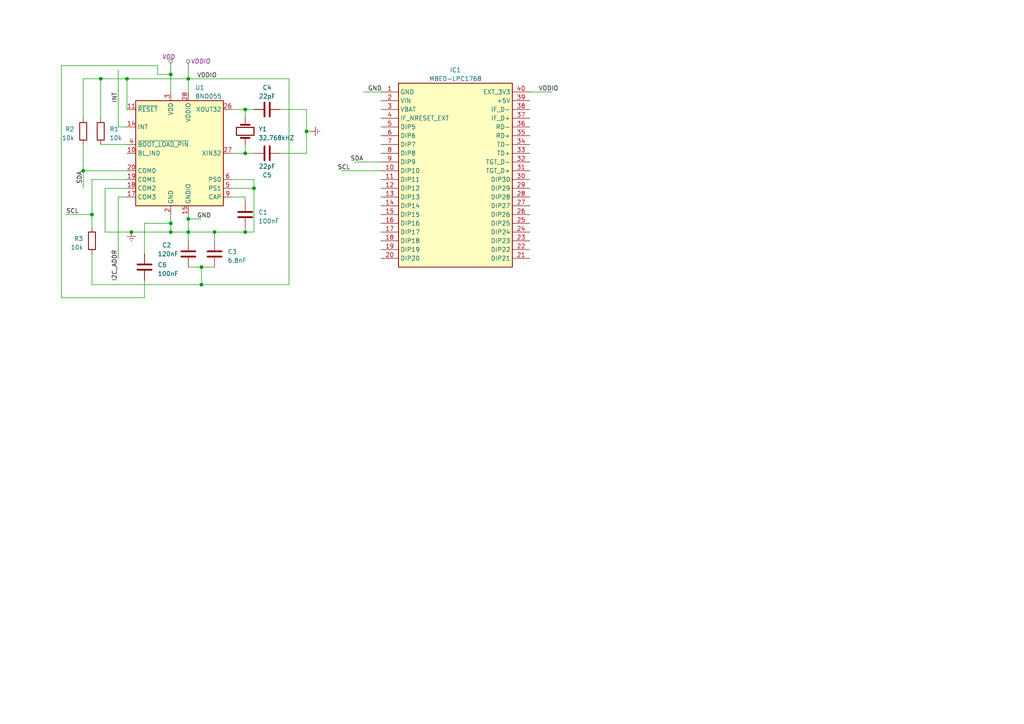
<source format=kicad_sch>
(kicad_sch (version 20230121) (generator eeschema)
  (paper "A4")
  (lib_symbols
    (symbol "Device:C" (pin_numbers hide) (pin_names (offset 0.254))
      (property "Reference" "C" (at 0.635 2.54 0))
      (property "Value" "C" (at 0.635 -2.54 0))
      (symbol "C_0_1"
        (polyline (pts (xy -2.032 -0.762) (xy 2.032 -0.762)) (stroke (width 0.508)))
        (polyline (pts (xy -2.032 0.762) (xy 2.032 0.762)) (stroke (width 0.508)))
      )
      (symbol "C_1_1"
        (pin passive line (at 0 3.81 270) (length 2.794) (name "~") (number "1"))
        (pin passive line (at 0 -3.81 90) (length 2.794) (name "~") (number "2"))
      )
    )
    (symbol "Device:Crystal" (pin_numbers hide) (pin_names (offset 1.016) hide)
      (property "Reference" "Y" (at 0 3.81 0))
      (property "Value" "Crystal" (at 0 -3.81 0))
      (symbol "Crystal_0_1"
        (rectangle (start -1.143 2.54) (end 1.143 -2.54) (stroke (width 0.3048)))
        (polyline (pts (xy -2.54 0) (xy -1.905 0)))
        (polyline (pts (xy -1.905 -1.27) (xy -1.905 1.27)) (stroke (width 0.508)))
        (polyline (pts (xy 1.905 -1.27) (xy 1.905 1.27)) (stroke (width 0.508)))
        (polyline (pts (xy 2.54 0) (xy 1.905 0)))
      )
      (symbol "Crystal_1_1"
        (pin passive line (at -3.81 0 0) (length 1.27) (name "1") (number "1"))
        (pin passive line (at 3.81 0 180) (length 1.27) (name "2") (number "2"))
      )
    )
    (symbol "Device:R" (pin_numbers hide) (pin_names (offset 0))
      (property "Reference" "R" (at 2.032 0 90))
      (property "Value" "R" (at 0 0 90))
      (symbol "R_0_1"
        (rectangle (start -1.016 -2.54) (end 1.016 2.54) (stroke (width 0.254)))
      )
      (symbol "R_1_1"
        (pin passive line (at 0 3.81 270) (length 1.27) (name "~") (number "1"))
        (pin passive line (at 0 -3.81 90) (length 1.27) (name "~") (number "2"))
      )
    )
    (symbol "MBED-LPC1768:MBED-LPC1768"
      (property "Reference" "IC" (at 39.37 7.62 0))
      (property "Value" "MBED-LPC1768" (at 39.37 5.08 0))
      (symbol "MBED-LPC1768_1_1"
        (rectangle (start 5.08 2.54) (end 38.1 -50.8) (stroke (width 0.254)) (fill (type background)))
        (pin passive line (at 0 0 0) (length 5.08) (name "GND") (number "1"))
        (pin passive line (at 0 -22.86 0) (length 5.08) (name "DIP10") (number "10"))
        (pin passive line (at 0 -25.4 0) (length 5.08) (name "DIP11") (number "11"))
        (pin passive line (at 0 -27.94 0) (length 5.08) (name "DIP12") (number "12"))
        (pin passive line (at 0 -30.48 0) (length 5.08) (name "DIP13") (number "13"))
        (pin passive line (at 0 -33.02 0) (length 5.08) (name "DIP14") (number "14"))
        (pin passive line (at 0 -35.56 0) (length 5.08) (name "DIP15") (number "15"))
        (pin passive line (at 0 -38.1 0) (length 5.08) (name "DIP16") (number "16"))
        (pin passive line (at 0 -40.64 0) (length 5.08) (name "DIP17") (number "17"))
        (pin passive line (at 0 -43.18 0) (length 5.08) (name "DIP18") (number "18"))
        (pin passive line (at 0 -45.72 0) (length 5.08) (name "DIP19") (number "19"))
        (pin passive line (at 0 -2.54 0) (length 5.08) (name "VIN") (number "2"))
        (pin passive line (at 0 -48.26 0) (length 5.08) (name "DIP20") (number "20"))
        (pin passive line (at 43.18 -48.26 180) (length 5.08) (name "DIP21") (number "21"))
        (pin passive line (at 43.18 -45.72 180) (length 5.08) (name "DIP22") (number "22"))
        (pin passive line (at 43.18 -43.18 180) (length 5.08) (name "DIP23") (number "23"))
        (pin passive line (at 43.18 -40.64 180) (length 5.08) (name "DIP24") (number "24"))
        (pin passive line (at 43.18 -38.1 180) (length 5.08) (name "DIP25") (number "25"))
        (pin passive line (at 43.18 -35.56 180) (length 5.08) (name "DIP26") (number "26"))
        (pin passive line (at 43.18 -33.02 180) (length 5.08) (name "DIP27") (number "27"))
        (pin passive line (at 43.18 -30.48 180) (length 5.08) (name "DIP28") (number "28"))
        (pin passive line (at 43.18 -27.94 180) (length 5.08) (name "DIP29") (number "29"))
        (pin passive line (at 0 -5.08 0) (length 5.08) (name "VBAT") (number "3"))
        (pin passive line (at 43.18 -25.4 180) (length 5.08) (name "DIP30") (number "30"))
        (pin passive line (at 43.18 -22.86 180) (length 5.08) (name "TGT_D+") (number "31"))
        (pin passive line (at 43.18 -20.32 180) (length 5.08) (name "TGT_D-") (number "32"))
        (pin passive line (at 43.18 -17.78 180) (length 5.08) (name "TD+") (number "33"))
        (pin passive line (at 43.18 -15.24 180) (length 5.08) (name "TD-") (number "34"))
        (pin passive line (at 43.18 -12.7 180) (length 5.08) (name "RD+") (number "35"))
        (pin passive line (at 43.18 -10.16 180) (length 5.08) (name "RD-") (number "36"))
        (pin passive line (at 43.18 -7.62 180) (length 5.08) (name "IF_D+") (number "37"))
        (pin passive line (at 43.18 -5.08 180) (length 5.08) (name "IF_D-") (number "38"))
        (pin passive line (at 43.18 -2.54 180) (length 5.08) (name "+5V") (number "39"))
        (pin passive line (at 0 -7.62 0) (length 5.08) (name "IF_NRESET_EXT") (number "4"))
        (pin passive line (at 43.18 0 180) (length 5.08) (name "EXT_3V3") (number "40"))
        (pin passive line (at 0 -10.16 0) (length 5.08) (name "DIP5") (number "5"))
        (pin passive line (at 0 -12.7 0) (length 5.08) (name "DIP6") (number "6"))
        (pin passive line (at 0 -15.24 0) (length 5.08) (name "DIP7") (number "7"))
        (pin passive line (at 0 -17.78 0) (length 5.08) (name "DIP8") (number "8"))
        (pin passive line (at 0 -20.32 0) (length 5.08) (name "DIP9") (number "9"))
      )
    )
    (symbol "Sensor_Motion:BNO055"
      (property "Reference" "U" (at -11.43 16.51 0))
      (property "Value" "BNO055" (at 12.7 16.51 0))
      (symbol "BNO055_0_1"
        (rectangle (start -12.7 15.24) (end 12.7 -15.24) (stroke (width 0.254)) (fill (type background)))
      )
      (symbol "BNO055_1_1"
        (pin no_connect line (at -12.7 10.16 0) (length 2.54) hide (name "PIN1") (number "1"))
        (pin output line (at -15.24 0 0) (length 2.54) (name "BL_IND") (number "10"))
        (pin input line (at -15.24 12.7 0) (length 2.54) (name "~{RESET}") (number "11"))
        (pin no_connect line (at 12.7 10.16 180) (length 2.54) hide (name "PIN12") (number "12"))
        (pin no_connect line (at 12.7 7.62 180) (length 2.54) hide (name "PIN13") (number "13"))
        (pin output line (at -15.24 7.62 0) (length 2.54) (name "INT") (number "14"))
        (pin power_in line (at 2.54 -17.78 90) (length 2.54) (name "GNDIO") (number "15"))
        (pin passive line (at 2.54 -17.78 90) (length 2.54) hide (name "GNDIO") (number "16"))
        (pin input line (at -15.24 -12.7 0) (length 2.54) (name "COM3") (number "17"))
        (pin passive line (at -15.24 -10.16 0) (length 2.54) (name "COM2") (number "18"))
        (pin bidirectional line (at -15.24 -7.62 0) (length 2.54) (name "COM1") (number "19"))
        (pin power_in line (at -2.54 -17.78 90) (length 2.54) (name "GND") (number "2"))
        (pin bidirectional line (at -15.24 -5.08 0) (length 2.54) (name "COM0") (number "20"))
        (pin no_connect line (at 12.7 5.08 180) (length 2.54) hide (name "PIN21") (number "21"))
        (pin no_connect line (at 12.7 2.54 180) (length 2.54) hide (name "PIN22") (number "22"))
        (pin no_connect line (at 12.7 -2.54 180) (length 2.54) hide (name "PIN23") (number "23"))
        (pin no_connect line (at 12.7 -5.08 180) (length 2.54) hide (name "PIN24") (number "24"))
        (pin passive line (at 2.54 -17.78 90) (length 2.54) hide (name "GNDIO") (number "25"))
        (pin output line (at 15.24 12.7 180) (length 2.54) (name "XOUT32") (number "26"))
        (pin input line (at 15.24 0 180) (length 2.54) (name "XIN32") (number "27"))
        (pin power_in line (at 2.54 17.78 270) (length 2.54) (name "VDDIO") (number "28"))
        (pin power_in line (at -2.54 17.78 270) (length 2.54) (name "VDD") (number "3"))
        (pin input line (at -15.24 2.54 0) (length 2.54) (name "~{BOOT_LOAD_PIN}") (number "4"))
        (pin input line (at 15.24 -10.16 180) (length 2.54) (name "PS1") (number "5"))
        (pin input line (at 15.24 -7.62 180) (length 2.54) (name "PS0") (number "6"))
        (pin no_connect line (at -12.7 5.08 0) (length 2.54) hide (name "PIN7") (number "7"))
        (pin no_connect line (at -12.7 -2.54 0) (length 2.54) hide (name "PIN8") (number "8"))
        (pin passive line (at 15.24 -12.7 180) (length 2.54) (name "CAP") (number "9"))
      )
    )
    (symbol "power:Earth" (power) (pin_names (offset 0))
      (symbol "Earth_0_1"
        (polyline (pts (xy -0.635 -1.905) (xy 0.635 -1.905)))
        (polyline (pts (xy -0.127 -2.54) (xy 0.127 -2.54)))
        (polyline (pts (xy 0 -1.27) (xy 0 0)))
        (polyline (pts (xy 1.27 -1.27) (xy -1.27 -1.27)))
      )
      (symbol "Earth_1_1"
        (pin power_in line (at 0 0 270) (length 0) hide (name "Earth") (number "1"))
      )
    )
  )
  (junction (at 73.66 54.61))
  (junction (at 71.12 31.75))
  (junction (at 54.61 63.5))
  (junction (at 54.61 67.31))
  (junction (at 29.21 22.86))
  (junction (at 49.53 67.31))
  (junction (at 24.13 49.53))
  (junction (at 71.12 67.31))
  (junction (at 38.1 67.31))
  (junction (at 36.83 22.86))
  (junction (at 58.42 82.55))
  (junction (at 58.42 77.47))
  (junction (at 26.67 62.23))
  (junction (at 71.12 44.45))
  (junction (at 54.61 22.86))
  (junction (at 49.53 64.77))
  (junction (at 88.9 38.1))
  (junction (at 49.53 21.59))
  (junction (at 62.23 67.31))
  (wire (pts (xy 54.61 63.5) (xy 54.61 67.31)))
  (wire (pts (xy 105.41 26.67) (xy 110.49 26.67)))
  (wire (pts (xy 41.91 73.66) (xy 41.91 64.77)))
  (wire (pts (xy 24.13 49.53) (xy 36.83 49.53)))
  (wire (pts (xy 41.91 81.28) (xy 41.91 86.36)))
  (wire (pts (xy 88.9 38.1) (xy 88.9 31.75)))
  (wire (pts (xy 54.61 67.31) (xy 62.23 67.31)))
  (wire (pts (xy 83.82 82.55) (xy 58.42 82.55)))
  (wire (pts (xy 26.67 62.23) (xy 26.67 66.04)))
  (wire (pts (xy 36.83 52.07) (xy 26.67 52.07)))
  (wire (pts (xy 67.31 54.61) (xy 73.66 54.61)))
  (wire (pts (xy 81.28 31.75) (xy 88.9 31.75)))
  (wire (pts (xy 41.91 86.36) (xy 17.78 86.36)))
  (wire (pts (xy 88.9 38.1) (xy 90.17 38.1)))
  (wire (pts (xy 49.53 64.77) (xy 49.53 67.31)))
  (wire (pts (xy 54.61 62.23) (xy 54.61 63.5)))
  (wire (pts (xy 36.83 54.61) (xy 30.48 54.61)))
  (wire (pts (xy 36.83 22.86) (xy 36.83 31.75)))
  (wire (pts (xy 71.12 66.04) (xy 71.12 67.31)))
  (wire (pts (xy 67.31 44.45) (xy 71.12 44.45)))
  (wire (pts (xy 34.29 20.32) (xy 34.29 36.83)))
  (wire (pts (xy 54.61 22.86) (xy 83.82 22.86)))
  (wire (pts (xy 73.66 52.07) (xy 73.66 54.61)))
  (wire (pts (xy 24.13 34.29) (xy 24.13 22.86)))
  (wire (pts (xy 54.61 63.5) (xy 58.42 63.5)))
  (wire (pts (xy 36.83 57.15) (xy 34.29 57.15)))
  (wire (pts (xy 153.67 26.67) (xy 160.02 26.67)))
  (wire (pts (xy 49.53 67.31) (xy 54.61 67.31)))
  (wire (pts (xy 26.67 52.07) (xy 26.67 62.23)))
  (wire (pts (xy 36.83 22.86) (xy 54.61 22.86)))
  (wire (pts (xy 26.67 73.66) (xy 26.67 82.55)))
  (wire (pts (xy 19.05 62.23) (xy 26.67 62.23)))
  (wire (pts (xy 29.21 41.91) (xy 36.83 41.91)))
  (wire (pts (xy 49.53 20.32) (xy 49.53 21.59)))
  (wire (pts (xy 67.31 52.07) (xy 73.66 52.07)))
  (wire (pts (xy 71.12 57.15) (xy 67.31 57.15)))
  (wire (pts (xy 71.12 31.75) (xy 73.66 31.75)))
  (wire (pts (xy 58.42 77.47) (xy 62.23 77.47)))
  (wire (pts (xy 24.13 49.53) (xy 24.13 54.61)))
  (wire (pts (xy 99.06 49.53) (xy 110.49 49.53)))
  (wire (pts (xy 54.61 77.47) (xy 58.42 77.47)))
  (wire (pts (xy 71.12 44.45) (xy 73.66 44.45)))
  (wire (pts (xy 54.61 26.67) (xy 54.61 22.86)))
  (wire (pts (xy 73.66 67.31) (xy 73.66 54.61)))
  (wire (pts (xy 88.9 44.45) (xy 88.9 38.1)))
  (wire (pts (xy 83.82 22.86) (xy 83.82 82.55)))
  (wire (pts (xy 17.78 86.36) (xy 17.78 19.05)))
  (wire (pts (xy 58.42 82.55) (xy 58.42 77.47)))
  (wire (pts (xy 71.12 67.31) (xy 73.66 67.31)))
  (wire (pts (xy 36.83 36.83) (xy 34.29 36.83)))
  (wire (pts (xy 71.12 57.15) (xy 71.12 58.42)))
  (wire (pts (xy 26.67 82.55) (xy 58.42 82.55)))
  (wire (pts (xy 54.61 20.32) (xy 54.61 22.86)))
  (wire (pts (xy 62.23 67.31) (xy 62.23 69.85)))
  (wire (pts (xy 29.21 22.86) (xy 36.83 22.86)))
  (wire (pts (xy 54.61 67.31) (xy 54.61 69.85)))
  (wire (pts (xy 29.21 34.29) (xy 29.21 22.86)))
  (wire (pts (xy 45.72 21.59) (xy 49.53 21.59)))
  (wire (pts (xy 45.72 19.05) (xy 45.72 21.59)))
  (wire (pts (xy 17.78 19.05) (xy 45.72 19.05)))
  (wire (pts (xy 34.29 57.15) (xy 34.29 74.93)))
  (wire (pts (xy 71.12 34.29) (xy 71.12 31.75)))
  (wire (pts (xy 24.13 22.86) (xy 29.21 22.86)))
  (wire (pts (xy 30.48 67.31) (xy 38.1 67.31)))
  (wire (pts (xy 41.91 64.77) (xy 49.53 64.77)))
  (wire (pts (xy 24.13 49.53) (xy 24.13 41.91)))
  (wire (pts (xy 62.23 67.31) (xy 71.12 67.31)))
  (wire (pts (xy 49.53 62.23) (xy 49.53 64.77)))
  (wire (pts (xy 71.12 31.75) (xy 67.31 31.75)))
  (wire (pts (xy 81.28 44.45) (xy 88.9 44.45)))
  (wire (pts (xy 49.53 21.59) (xy 49.53 26.67)))
  (wire (pts (xy 102.87 46.99) (xy 110.49 46.99)))
  (wire (pts (xy 71.12 44.45) (xy 71.12 41.91)))
  (wire (pts (xy 38.1 67.31) (xy 49.53 67.31)))
  (wire (pts (xy 30.48 54.61) (xy 30.48 67.31)))
  (label "SCL" (at 101.6 49.53 180))
  (label "GND" (at 106.68 26.67 0))
  (label "GND" (at 57.15 63.5 0))
  (label "I2C_ADDR" (at 34.29 72.39 270))
  (label "VDDIO" (at 156.21 26.67 0))
  (label "INT" (at 34.29 26.67 270))
  (label "SCL" (at 22.86 62.23 180))
  (label "SDA" (at 105.41 46.99 180))
  (label "SDA" (at 24.13 53.34 90))
  (label "VDDIO" (at 57.15 22.86 0))
  (netclass_flag "" (length 2.54) (shape round) (at 54.61 20.32 0) (property "Netclass" "VDDIO" (at 55.3085 17.78 0) (effects (font italic) (justify left))))
  (netclass_flag "" (length 2.54) (shape round) (at 49.53 20.32 0) (property "Netclass" "VDD" (at 50.8 16.51 0) (effects (font italic) (justify right))))
  (symbol (lib_id "power:Earth") (at 90.17 38.1 90) (unit 1)
    (property "Reference" "#PWR02" (effects hide))
    (property "Value" "Earth" (effects hide))
  )
  (symbol (lib_id "Device:C") (at 54.61 73.66 0) (unit 1)
    (property "Reference" "C2" (at 46.99 71.12 0) (effects (justify left)))
    (property "Value" "120nF" (at 45.72 73.66 0) (effects (justify left)))
  )
  (symbol (lib_id "power:Earth") (at 38.1 67.31 0) (unit 1)
    (property "Reference" "#PWR01" (effects hide))
    (property "Value" "Earth" (effects hide))
  )
  (symbol (lib_id "Device:R") (at 24.13 38.1 0) (mirror y) (unit 1)
    (property "Reference" "R2" (at 21.59 37.465 0) (effects (justify left)))
    (property "Value" "10k" (at 21.59 40.005 0) (effects (justify left)))
  )
  (symbol (lib_id "Device:R") (at 26.67 69.85 0) (mirror y) (unit 1)
    (property "Reference" "R3" (at 24.13 69.215 0) (effects (justify left)))
    (property "Value" "10k" (at 24.13 71.755 0) (effects (justify left)))
  )
  (symbol (lib_id "Device:C") (at 71.12 62.23 0) (unit 1)
    (property "Reference" "C1" (at 74.93 61.595 0) (effects (justify left)))
    (property "Value" "100nF" (at 74.93 64.135 0) (effects (justify left)))
  )
  (symbol (lib_id "Device:Crystal") (at 71.12 38.1 270) (mirror x) (unit 1)
    (property "Reference" "Y1" (at 74.93 37.465 90) (effects (justify left)))
    (property "Value" "32.768kHZ" (at 74.93 40.005 90) (effects (justify left)))
  )
  (symbol (lib_id "Sensor_Motion:BNO055") (at 52.07 44.45 0) (unit 1)
    (property "Reference" "U1" (at 56.5659 25.4 0) (effects (justify left)))
    (property "Value" "BNO055" (at 56.5659 27.94 0) (effects (justify left)))
    (property "Footprint" "Package_LGA:LGA-28_5.2x3.8mm_P0.5mm" (effects hide))
    (property "Datasheet" "https://www.bosch-sensortec.com/media/boschsensortec/downloads/datasheets/bst-bno055-ds000.pdf" (effects hide))
  )
  (symbol (lib_id "Device:C") (at 62.23 73.66 0) (unit 1)
    (property "Reference" "C3" (at 66.04 73.025 0) (effects (justify left)))
    (property "Value" "6.8nF" (at 66.04 75.565 0) (effects (justify left)))
  )
  (symbol (lib_id "Device:C") (at 41.91 77.47 0) (unit 1)
    (property "Reference" "C6" (at 45.72 76.835 0) (effects (justify left)))
    (property "Value" "100nF" (at 45.72 79.375 0) (effects (justify left)))
  )
  (symbol (lib_id "MBED-LPC1768:MBED-LPC1768") (at 110.49 26.67 0) (unit 1)
    (property "Reference" "IC1" (at 132.08 20.32 0))
    (property "Value" "MBED-LPC1768" (at 132.08 22.86 0))
    (property "Footprint" "DIPS2286W63P254L5370H300Q40N" (effects hide))
    (property "Datasheet" "https://os.mbed.com/platforms/mbed-LPC1768/" (effects hide))
    (property "Height" "3" (effects hide))
    (property "Manufacturer_Name" "mbed" (effects hide))
    (property "Manufacturer_Part_Number" "MBED-LPC1768" (effects hide))
  )
  (symbol (lib_id "Device:C") (at 77.47 44.45 90) (mirror x) (unit 1)
    (property "Reference" "C5" (at 77.47 50.8 90))
    (property "Value" "22pF" (at 77.47 48.26 90))
  )
  (symbol (lib_id "Device:R") (at 29.21 38.1 0) (unit 1)
    (property "Reference" "R1" (at 31.75 37.465 0) (effects (justify left)))
    (property "Value" "10k" (at 31.75 40.005 0) (effects (justify left)))
  )
  (symbol (lib_id "Device:C") (at 77.47 31.75 90) (unit 1)
    (property "Reference" "C4" (at 77.47 25.4 90))
    (property "Value" "22pF" (at 77.47 27.94 90))
  )
)
</source>
